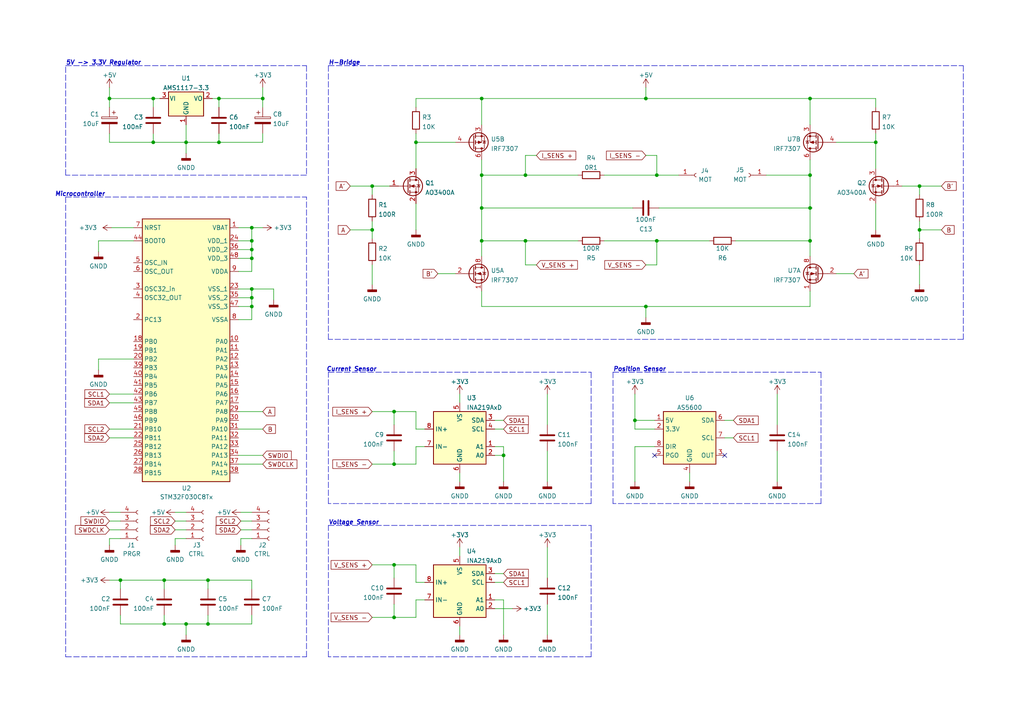
<source format=kicad_sch>
(kicad_sch (version 20211123) (generator eeschema)
  (paper "A4")
  (lib_symbols
    (symbol "Analog_ADC:INA219AxD"
      (property "Reference" "U" (at -6.35 8.89 0))
      (property "Value" "INA219AxD" (at 5.08 8.89 0))
      (symbol "INA219AxD_1_1"
        (pin input line (at 10.16 -2.54 180) (length 2.54) (name "A1") (number "1"))
        (pin input line (at 10.16 -5.08 180) (length 2.54) (name "A0") (number "2"))
        (pin bidirectional line (at 10.16 5.08 180) (length 2.54) (name "SDA") (number "3"))
        (pin input line (at 10.16 2.54 180) (length 2.54) (name "SCL") (number "4"))
        (pin power_in line (at 0 10.16 270) (length 2.54) (name "VS") (number "5"))
        (pin power_in line (at 0 -10.16 90) (length 2.54) (name "GND") (number "6"))
        (pin input line (at -10.16 -2.54 0) (length 2.54) (name "IN-") (number "7"))
        (pin input line (at -10.16 2.54 0) (length 2.54) (name "IN+") (number "8"))
      )
    )
    (symbol "Connector:Conn_01x01_Female" (pin_names (offset 1.016) hide)
      (property "Reference" "J" (at 0 2.54 0))
      (property "Value" "Conn_01x01_Female" (at 0 -2.54 0))
      (symbol "Conn_01x01_Female_1_1"
        (pin passive line (at -5.08 0 0) (length 3.81) (name "Pin_1") (number "1"))
      )
    )
    (symbol "Connector:Conn_01x04_Female" (pin_names (offset 1.016) hide)
      (property "Reference" "J" (at 0 5.08 0))
      (property "Value" "Conn_01x04_Female" (at 0 -7.62 0))
      (symbol "Conn_01x04_Female_1_1"
        (pin passive line (at -5.08 2.54 0) (length 3.81) (name "Pin_1") (number "1"))
        (pin passive line (at -5.08 0 0) (length 3.81) (name "Pin_2") (number "2"))
        (pin passive line (at -5.08 -2.54 0) (length 3.81) (name "Pin_3") (number "3"))
        (pin passive line (at -5.08 -5.08 0) (length 3.81) (name "Pin_4") (number "4"))
      )
    )
    (symbol "Custom:AS5600"
      (property "Reference" "U" (at 0 11.43 0))
      (property "Value" "AS5600" (at 0 8.89 0))
      (symbol "AS5600_1_1"
        (pin power_in line (at -10.16 5.08 0) (length 2.54) (name "5V") (number "1"))
        (pin power_in line (at -10.16 2.54 0) (length 2.54) (name "3.3V") (number "2"))
        (pin output line (at 10.16 -5.08 180) (length 2.54) (name "OUT") (number "3"))
        (pin power_in line (at 0 -10.16 90) (length 2.54) (name "GND") (number "4"))
        (pin input line (at -10.16 -5.08 0) (length 2.54) (name "PGO") (number "5"))
        (pin bidirectional line (at 10.16 5.08 180) (length 2.54) (name "SDA") (number "6"))
        (pin input line (at 10.16 0 180) (length 2.54) (name "SCL") (number "7"))
        (pin input line (at -10.16 -2.54 0) (length 2.54) (name "DIR") (number "8"))
      )
    )
    (symbol "Custom:IRF7307"
      (property "Reference" "U" (at 6.35 -1.27 0))
      (property "Value" "IRF7307" (at 6.35 1.27 0))
      (symbol "IRF7307_1_1"
        (pin passive line (at 0 -5.08 90) (length 2.54) (name "") (number "1"))
        (pin input line (at -7.62 0 0) (length 2.54) (name "") (number "2"))
        (pin passive line (at 0 5.08 270) (length 2.54) hide (name "") (number "7"))
        (pin passive line (at 0 5.08 270) (length 2.54) (name "") (number "8"))
      )
      (symbol "IRF7307_2_1"
        (pin passive line (at 0 -5.08 90) (length 2.54) (name "") (number "3"))
        (pin input line (at -7.62 0 0) (length 2.54) (name "") (number "4"))
        (pin passive line (at 0 5.08 270) (length 2.54) hide (name "") (number "5"))
        (pin passive line (at 0 5.08 270) (length 2.54) (name "") (number "6"))
      )
    )
    (symbol "Device:C" (pin_numbers hide) (pin_names (offset 0.254))
      (property "Reference" "C" (at 0.635 2.54 0))
      (property "Value" "C" (at 0.635 -2.54 0))
      (symbol "C_1_1"
        (pin passive line (at 0 3.81 270) (length 2.794) (name "~") (number "1"))
        (pin passive line (at 0 -3.81 90) (length 2.794) (name "~") (number "2"))
      )
    )
    (symbol "Device:C_Polarized" (pin_numbers hide) (pin_names (offset 0.254))
      (property "Reference" "C" (at 0.635 2.54 0))
      (property "Value" "C_Polarized" (at 0.635 -2.54 0))
      (symbol "C_Polarized_1_1"
        (pin passive line (at 0 3.81 270) (length 2.794) (name "~") (number "1"))
        (pin passive line (at 0 -3.81 90) (length 2.794) (name "~") (number "2"))
      )
    )
    (symbol "Device:R" (pin_numbers hide) (pin_names (offset 0))
      (property "Reference" "R" (at 2.032 0 90))
      (property "Value" "R" (at 0 0 90))
      (symbol "R_1_1"
        (pin passive line (at 0 3.81 270) (length 1.27) (name "~") (number "1"))
        (pin passive line (at 0 -3.81 90) (length 1.27) (name "~") (number "2"))
      )
    )
    (symbol "IRF7307_1"
      (property "Reference" "U" (at 6.35 -1.27 0))
      (property "Value" "IRF7307_1" (at 6.35 1.27 0))
      (symbol "IRF7307_1_1_1"
        (pin passive line (at 0 -5.08 90) (length 2.54) (name "") (number "1"))
        (pin input line (at -7.62 0 0) (length 2.54) (name "") (number "2"))
        (pin passive line (at 0 5.08 270) (length 2.54) hide (name "") (number "7"))
        (pin passive line (at 0 5.08 270) (length 2.54) (name "") (number "8"))
      )
      (symbol "IRF7307_1_2_1"
        (pin passive line (at 0 -5.08 90) (length 2.54) (name "") (number "3"))
        (pin input line (at -7.62 0 0) (length 2.54) (name "") (number "4"))
        (pin passive line (at 0 5.08 270) (length 2.54) hide (name "") (number "5"))
        (pin passive line (at 0 5.08 270) (length 2.54) (name "") (number "6"))
      )
    )
    (symbol "IRF7307_2"
      (property "Reference" "U" (at 6.35 -1.27 0))
      (property "Value" "IRF7307_2" (at 6.35 1.27 0))
      (symbol "IRF7307_2_1_1"
        (pin passive line (at 0 -5.08 90) (length 2.54) (name "") (number "1"))
        (pin input line (at -7.62 0 0) (length 2.54) (name "") (number "2"))
        (pin passive line (at 0 5.08 270) (length 2.54) hide (name "") (number "7"))
        (pin passive line (at 0 5.08 270) (length 2.54) (name "") (number "8"))
      )
      (symbol "IRF7307_2_2_1"
        (pin passive line (at 0 -5.08 90) (length 2.54) (name "") (number "3"))
        (pin input line (at -7.62 0 0) (length 2.54) (name "") (number "4"))
        (pin passive line (at 0 5.08 270) (length 2.54) hide (name "") (number "5"))
        (pin passive line (at 0 5.08 270) (length 2.54) (name "") (number "6"))
      )
    )
    (symbol "IRF7307_3"
      (property "Reference" "U" (at 6.35 -1.27 0))
      (property "Value" "IRF7307_3" (at 6.35 1.27 0))
      (symbol "IRF7307_3_1_1"
        (pin passive line (at 0 -5.08 90) (length 2.54) (name "") (number "1"))
        (pin input line (at -7.62 0 0) (length 2.54) (name "") (number "2"))
        (pin passive line (at 0 5.08 270) (length 2.54) hide (name "") (number "7"))
        (pin passive line (at 0 5.08 270) (length 2.54) (name "") (number "8"))
      )
      (symbol "IRF7307_3_2_1"
        (pin passive line (at 0 -5.08 90) (length 2.54) (name "") (number "3"))
        (pin input line (at -7.62 0 0) (length 2.54) (name "") (number "4"))
        (pin passive line (at 0 5.08 270) (length 2.54) hide (name "") (number "5"))
        (pin passive line (at 0 5.08 270) (length 2.54) (name "") (number "6"))
      )
    )
    (symbol "MCU_ST_STM32F0:STM32F030C8Tx"
      (property "Reference" "U?" (at 4.5594 -40.2495 0))
      (property "Value" "STM32F030C8Tx" (at 4.5594 -43.0246 0))
      (symbol "STM32F030C8Tx_1_1"
        (pin power_in line (at 15.24 35.56 180) (length 2.54) (name "VBAT") (number "1"))
        (pin bidirectional line (at 15.24 2.54 180) (length 2.54) (name "PA0") (number "10"))
        (pin bidirectional line (at 15.24 0 180) (length 2.54) (name "PA1") (number "11"))
        (pin bidirectional line (at 15.24 -2.54 180) (length 2.54) (name "PA2") (number "12"))
        (pin bidirectional line (at 15.24 -5.08 180) (length 2.54) (name "PA3") (number "13"))
        (pin bidirectional line (at 15.24 -7.62 180) (length 2.54) (name "PA4") (number "14"))
        (pin bidirectional line (at 15.24 -10.16 180) (length 2.54) (name "PA5") (number "15"))
        (pin bidirectional line (at 15.24 -12.7 180) (length 2.54) (name "PA6") (number "16"))
        (pin bidirectional line (at 15.24 -15.24 180) (length 2.54) (name "PA7") (number "17"))
        (pin bidirectional line (at -15.24 2.54 0) (length 2.54) (name "PB0") (number "18"))
        (pin bidirectional line (at -15.24 0 0) (length 2.54) (name "PB1") (number "19"))
        (pin bidirectional line (at -15.24 8.89 0) (length 2.54) (name "PC13") (number "2"))
        (pin bidirectional line (at -15.24 -2.54 0) (length 2.54) (name "PB2") (number "20"))
        (pin bidirectional line (at -15.24 -22.86 0) (length 2.54) (name "PB10") (number "21"))
        (pin bidirectional line (at -15.24 -25.4 0) (length 2.54) (name "PB11") (number "22"))
        (pin power_in line (at 15.24 17.78 180) (length 2.54) (name "VSS_1") (number "23"))
        (pin power_in line (at 15.24 31.75 180) (length 2.54) (name "VDD_1") (number "24"))
        (pin bidirectional line (at -15.24 -27.94 0) (length 2.54) (name "PB12") (number "25"))
        (pin bidirectional line (at -15.24 -30.48 0) (length 2.54) (name "PB13") (number "26"))
        (pin bidirectional line (at -15.24 -33.02 0) (length 2.54) (name "PB14") (number "27"))
        (pin bidirectional line (at -15.24 -35.56 0) (length 2.54) (name "PB15") (number "28"))
        (pin bidirectional line (at 15.24 -17.78 180) (length 2.54) (name "PA8") (number "29"))
        (pin bidirectional line (at -15.24 17.78 0) (length 2.54) (name "OSC32_in") (number "3"))
        (pin bidirectional line (at 15.24 -20.32 180) (length 2.54) (name "PA9") (number "30"))
        (pin bidirectional line (at 15.24 -22.86 180) (length 2.54) (name "PA10") (number "31"))
        (pin bidirectional line (at 15.24 -25.4 180) (length 2.54) (name "PA11") (number "32"))
        (pin bidirectional line (at 15.24 -27.94 180) (length 2.54) (name "PA12") (number "33"))
        (pin bidirectional line (at 15.24 -30.48 180) (length 2.54) (name "PA13") (number "34"))
        (pin power_in line (at 15.24 15.24 180) (length 2.54) (name "VSS_2") (number "35"))
        (pin power_in line (at 15.24 29.21 180) (length 2.54) (name "VDD_2") (number "36"))
        (pin bidirectional line (at 15.24 -33.02 180) (length 2.54) (name "PA14") (number "37"))
        (pin bidirectional line (at 15.24 -35.56 180) (length 2.54) (name "PA15") (number "38"))
        (pin bidirectional line (at -15.24 -5.08 0) (length 2.54) (name "PB3") (number "39"))
        (pin bidirectional line (at -15.24 15.24 0) (length 2.54) (name "OSC32_OUT") (number "4"))
        (pin bidirectional line (at -15.24 -7.62 0) (length 2.54) (name "PB4") (number "40"))
        (pin bidirectional line (at -15.24 -10.16 0) (length 2.54) (name "PB5") (number "41"))
        (pin bidirectional line (at -15.24 -12.7 0) (length 2.54) (name "PB6") (number "42"))
        (pin bidirectional line (at -15.24 -15.24 0) (length 2.54) (name "PB7") (number "43"))
        (pin input line (at -15.24 31.75 0) (length 2.54) (name "BOOT0") (number "44"))
        (pin bidirectional line (at -15.24 -17.78 0) (length 2.54) (name "PB8") (number "45"))
        (pin bidirectional line (at -15.24 -20.32 0) (length 2.54) (name "PB9") (number "46"))
        (pin power_in line (at 15.24 12.7 180) (length 2.54) (name "VSS_3") (number "47"))
        (pin power_in line (at 15.24 26.67 180) (length 2.54) (name "VDD_3") (number "48"))
        (pin input line (at -15.24 25.4 0) (length 2.54) (name "OSC_IN") (number "5"))
        (pin input line (at -15.24 22.86 0) (length 2.54) (name "OSC_OUT") (number "6"))
        (pin input line (at -15.24 35.56 0) (length 2.54) (name "NRST") (number "7"))
        (pin power_in line (at 15.24 8.89 180) (length 2.54) (name "VSSA") (number "8"))
        (pin power_in line (at 15.24 22.86 180) (length 2.54) (name "VDDA") (number "9"))
      )
    )
    (symbol "Regulator_Linear:AMS1117-3.3" (pin_names (offset 0.254))
      (property "Reference" "U" (at -3.81 3.175 0))
      (property "Value" "AMS1117-3.3" (at 0 3.175 0))
      (symbol "AMS1117-3.3_1_1"
        (pin power_in line (at 0 -7.62 90) (length 2.54) (name "GND") (number "1"))
        (pin power_out line (at 7.62 0 180) (length 2.54) (name "VO") (number "2"))
        (pin power_in line (at -7.62 0 0) (length 2.54) (name "VI") (number "3"))
      )
    )
    (symbol "Transistor_FET:AO3400A" (pin_names hide)
      (property "Reference" "Q" (at 5.08 1.905 0))
      (property "Value" "AO3400A" (at 5.08 0 0))
      (symbol "AO3400A_1_1"
        (pin input line (at -5.08 0 0) (length 2.54) (name "G") (number "1"))
        (pin passive line (at 2.54 -5.08 90) (length 2.54) (name "S") (number "2"))
        (pin passive line (at 2.54 5.08 270) (length 2.54) (name "D") (number "3"))
      )
    )
    (symbol "power:+3.3V" (power) (pin_names (offset 0))
      (property "Value" "+3.3V" (at 0 3.556 0))
      (symbol "+3.3V_1_1"
        (pin power_in line (at 0 0 90) (length 0) hide (name "+3V3") (number "1"))
      )
    )
    (symbol "power:+5V" (power) (pin_names (offset 0))
      (property "Value" "+5V" (at 0 3.556 0))
      (symbol "+5V_1_1"
        (pin power_in line (at 0 0 90) (length 0) hide (name "+5V") (number "1"))
      )
    )
    (symbol "power:GNDD" (power) (pin_names (offset 0))
      (property "Value" "GNDD" (at 0 -3.175 0))
      (symbol "GNDD_1_1"
        (pin power_in line (at 0 0 270) (length 0) hide (name "GNDD") (number "1"))
      )
    )
  )
  (junction (at 107.95 66.675))
  (junction (at 63.5 28.575))
  (junction (at 234.95 69.85))
  (junction (at 63.5 41.275))
  (junction (at 139.7 69.85))
  (junction (at 31.75 28.575))
  (junction (at 234.95 28.575))
  (junction (at 53.975 41.275))
  (junction (at 73.025 86.36))
  (junction (at 44.45 28.575))
  (junction (at 184.15 121.92))
  (junction (at 47.625 168.275))
  (junction (at 47.625 180.975))
  (junction (at 114.3 119.38))
  (junction (at 234.95 50.8))
  (junction (at 152.4 50.8))
  (junction (at 114.3 179.07))
  (junction (at 107.95 53.975))
  (junction (at 187.325 88.9))
  (junction (at 190.5 69.85))
  (junction (at 73.025 88.9))
  (junction (at 53.975 180.975))
  (junction (at 266.7 66.675))
  (junction (at 139.7 28.575))
  (junction (at 60.325 168.275))
  (junction (at 60.325 180.975))
  (junction (at 266.7 53.975))
  (junction (at 146.05 132.08))
  (junction (at 73.025 72.39))
  (junction (at 139.7 60.325))
  (junction (at 44.45 41.275))
  (junction (at 234.95 60.325))
  (junction (at 76.2 28.575))
  (junction (at 114.3 134.62))
  (junction (at 187.325 28.575))
  (junction (at 190.5 50.8))
  (junction (at 152.4 69.85))
  (junction (at 120.65 41.275))
  (junction (at 73.025 69.85))
  (junction (at 114.3 163.83))
  (junction (at 34.925 168.275))
  (junction (at 254 41.275))
  (junction (at 73.025 74.93))
  (junction (at 73.025 66.04))
  (junction (at 73.025 83.82))
  (junction (at 139.7 50.8))
  (no_connect (at 189.865 132.08))
  (no_connect (at 210.185 132.08))
  (wire (pts (xy 31.75 148.59) (xy 34.925 148.59)))
  (wire (pts (xy 50.8 148.59) (xy 53.975 148.59)))
  (wire (pts (xy 69.215 119.38) (xy 76.2 119.38)))
  (wire (pts (xy 101.6 53.975) (xy 107.95 53.975)))
  (polyline (pts (xy 95.25 152.4) (xy 171.45 152.4)))
  (wire (pts (xy 191.135 60.325) (xy 234.95 60.325)))
  (wire (pts (xy 107.95 179.07) (xy 114.3 179.07)))
  (wire (pts (xy 31.75 153.67) (xy 34.925 153.67)))
  (wire (pts (xy 158.75 175.26) (xy 158.75 184.15)))
  (wire (pts (xy 133.35 114.3) (xy 133.35 116.84)))
  (wire (pts (xy 139.7 60.325) (xy 139.7 69.85)))
  (wire (pts (xy 69.215 83.82) (xy 73.025 83.82)))
  (wire (pts (xy 69.85 156.21) (xy 69.85 158.115)))
  (polyline (pts (xy 95.25 19.05) (xy 95.25 98.425)))
  (wire (pts (xy 53.975 41.275) (xy 53.975 36.195)))
  (wire (pts (xy 34.925 170.815) (xy 34.925 168.275)))
  (wire (pts (xy 210.185 121.92) (xy 212.725 121.92)))
  (wire (pts (xy 143.51 132.08) (xy 146.05 132.08)))
  (wire (pts (xy 225.425 130.81) (xy 225.425 139.7)))
  (wire (pts (xy 152.4 69.85) (xy 152.4 76.835)))
  (wire (pts (xy 143.51 173.99) (xy 146.05 173.99)))
  (wire (pts (xy 114.3 119.38) (xy 120.65 119.38)))
  (wire (pts (xy 69.215 92.71) (xy 73.025 92.71)))
  (wire (pts (xy 190.5 76.835) (xy 190.5 69.85)))
  (wire (pts (xy 133.35 158.75) (xy 133.35 161.29)))
  (wire (pts (xy 76.2 31.115) (xy 76.2 28.575)))
  (wire (pts (xy 63.5 41.275) (xy 76.2 41.275)))
  (wire (pts (xy 73.025 88.9) (xy 73.025 92.71)))
  (wire (pts (xy 114.3 163.83) (xy 114.3 167.64)))
  (wire (pts (xy 120.65 41.275) (xy 132.08 41.275)))
  (polyline (pts (xy 238.125 107.95) (xy 238.125 146.05)))
  (wire (pts (xy 120.65 28.575) (xy 139.7 28.575)))
  (wire (pts (xy 152.4 69.85) (xy 167.64 69.85)))
  (wire (pts (xy 107.95 119.38) (xy 114.3 119.38)))
  (wire (pts (xy 184.15 114.3) (xy 184.15 121.92)))
  (wire (pts (xy 190.5 50.8) (xy 196.85 50.8)))
  (wire (pts (xy 184.15 124.46) (xy 189.865 124.46)))
  (wire (pts (xy 107.95 163.83) (xy 114.3 163.83)))
  (wire (pts (xy 69.215 66.04) (xy 73.025 66.04)))
  (wire (pts (xy 31.75 28.575) (xy 44.45 28.575)))
  (wire (pts (xy 50.8 156.21) (xy 50.8 158.115)))
  (wire (pts (xy 114.3 175.26) (xy 114.3 179.07)))
  (wire (pts (xy 225.425 114.3) (xy 225.425 123.19)))
  (wire (pts (xy 133.35 137.16) (xy 133.35 139.7)))
  (wire (pts (xy 155.575 76.835) (xy 152.4 76.835)))
  (wire (pts (xy 187.325 45.085) (xy 190.5 45.085)))
  (wire (pts (xy 158.75 114.3) (xy 158.75 123.19)))
  (wire (pts (xy 222.25 50.8) (xy 234.95 50.8)))
  (wire (pts (xy 266.7 64.135) (xy 266.7 66.675)))
  (wire (pts (xy 60.325 168.275) (xy 73.025 168.275)))
  (wire (pts (xy 44.45 28.575) (xy 46.355 28.575)))
  (wire (pts (xy 107.95 53.975) (xy 113.03 53.975)))
  (wire (pts (xy 44.45 38.735) (xy 44.45 41.275)))
  (wire (pts (xy 34.925 168.275) (xy 47.625 168.275)))
  (wire (pts (xy 31.75 114.3) (xy 38.735 114.3)))
  (polyline (pts (xy 95.25 107.95) (xy 171.45 107.95)))
  (wire (pts (xy 139.7 69.85) (xy 152.4 69.85)))
  (wire (pts (xy 31.75 124.46) (xy 38.735 124.46)))
  (wire (pts (xy 73.025 86.36) (xy 73.025 88.9)))
  (wire (pts (xy 31.75 127) (xy 38.735 127)))
  (wire (pts (xy 69.85 148.59) (xy 73.025 148.59)))
  (wire (pts (xy 184.15 124.46) (xy 184.15 121.92)))
  (wire (pts (xy 139.7 88.9) (xy 187.325 88.9)))
  (wire (pts (xy 234.95 46.355) (xy 234.95 50.8)))
  (wire (pts (xy 73.025 74.93) (xy 73.025 78.74)))
  (wire (pts (xy 69.215 86.36) (xy 73.025 86.36)))
  (wire (pts (xy 69.215 88.9) (xy 73.025 88.9)))
  (wire (pts (xy 73.025 170.815) (xy 73.025 168.275)))
  (wire (pts (xy 200.025 137.16) (xy 200.025 139.7)))
  (wire (pts (xy 213.36 69.85) (xy 234.95 69.85)))
  (wire (pts (xy 34.925 156.21) (xy 31.75 156.21)))
  (wire (pts (xy 254 59.055) (xy 254 66.675)))
  (wire (pts (xy 44.45 41.275) (xy 53.975 41.275)))
  (wire (pts (xy 120.65 119.38) (xy 120.65 124.46)))
  (wire (pts (xy 266.7 76.835) (xy 266.7 82.55)))
  (wire (pts (xy 266.7 66.675) (xy 266.7 69.215)))
  (wire (pts (xy 234.95 28.575) (xy 254 28.575)))
  (wire (pts (xy 76.2 38.735) (xy 76.2 41.275)))
  (wire (pts (xy 143.51 129.54) (xy 146.05 129.54)))
  (wire (pts (xy 31.75 41.275) (xy 44.45 41.275)))
  (wire (pts (xy 184.15 121.92) (xy 189.865 121.92)))
  (wire (pts (xy 120.65 59.055) (xy 120.65 66.675)))
  (wire (pts (xy 73.025 156.21) (xy 69.85 156.21)))
  (wire (pts (xy 73.025 66.04) (xy 73.025 69.85)))
  (wire (pts (xy 261.62 53.975) (xy 266.7 53.975)))
  (wire (pts (xy 187.325 76.835) (xy 190.5 76.835)))
  (wire (pts (xy 139.7 60.325) (xy 183.515 60.325)))
  (wire (pts (xy 63.5 38.735) (xy 63.5 41.275)))
  (wire (pts (xy 152.4 50.8) (xy 152.4 45.085)))
  (polyline (pts (xy 171.45 107.95) (xy 171.45 146.05)))
  (wire (pts (xy 242.57 79.375) (xy 247.65 79.375)))
  (wire (pts (xy 69.215 132.08) (xy 76.2 132.08)))
  (wire (pts (xy 143.51 168.91) (xy 146.05 168.91)))
  (wire (pts (xy 73.025 83.82) (xy 79.375 83.82)))
  (wire (pts (xy 120.65 129.54) (xy 123.19 129.54)))
  (wire (pts (xy 187.325 88.9) (xy 234.95 88.9)))
  (wire (pts (xy 114.3 119.38) (xy 114.3 123.19)))
  (wire (pts (xy 187.325 88.9) (xy 187.325 92.075)))
  (wire (pts (xy 190.5 69.85) (xy 205.74 69.85)))
  (wire (pts (xy 28.575 104.14) (xy 38.735 104.14)))
  (wire (pts (xy 139.7 28.575) (xy 187.325 28.575)))
  (wire (pts (xy 69.215 72.39) (xy 73.025 72.39)))
  (wire (pts (xy 187.325 25.4) (xy 187.325 28.575)))
  (wire (pts (xy 234.95 84.455) (xy 234.95 88.9)))
  (wire (pts (xy 210.185 127) (xy 212.725 127)))
  (wire (pts (xy 234.95 60.325) (xy 234.95 69.85)))
  (wire (pts (xy 254 28.575) (xy 254 31.115)))
  (wire (pts (xy 114.3 134.62) (xy 120.65 134.62)))
  (wire (pts (xy 69.215 124.46) (xy 76.2 124.46)))
  (wire (pts (xy 139.7 50.8) (xy 152.4 50.8)))
  (wire (pts (xy 73.025 178.435) (xy 73.025 180.975)))
  (wire (pts (xy 120.65 163.83) (xy 120.65 168.91)))
  (wire (pts (xy 31.75 25.4) (xy 31.75 28.575)))
  (wire (pts (xy 47.625 170.815) (xy 47.625 168.275)))
  (polyline (pts (xy 19.05 57.15) (xy 19.05 190.5)))
  (wire (pts (xy 120.65 168.91) (xy 123.19 168.91)))
  (wire (pts (xy 28.575 69.85) (xy 38.735 69.85)))
  (wire (pts (xy 120.65 124.46) (xy 123.19 124.46)))
  (wire (pts (xy 158.75 130.81) (xy 158.75 139.7)))
  (wire (pts (xy 107.95 134.62) (xy 114.3 134.62)))
  (polyline (pts (xy 88.9 50.8) (xy 19.05 50.8)))
  (wire (pts (xy 73.025 83.82) (xy 73.025 86.36)))
  (wire (pts (xy 143.51 166.37) (xy 146.05 166.37)))
  (wire (pts (xy 60.325 170.815) (xy 60.325 168.275)))
  (wire (pts (xy 143.51 121.92) (xy 146.05 121.92)))
  (polyline (pts (xy 177.8 107.95) (xy 177.8 146.05)))
  (wire (pts (xy 47.625 180.975) (xy 53.975 180.975)))
  (polyline (pts (xy 171.45 146.05) (xy 95.25 146.05)))
  (polyline (pts (xy 19.05 190.5) (xy 88.9 190.5)))
  (wire (pts (xy 107.95 56.515) (xy 107.95 53.975)))
  (polyline (pts (xy 88.9 19.05) (xy 88.9 50.8)))
  (wire (pts (xy 143.51 176.53) (xy 148.59 176.53)))
  (wire (pts (xy 120.65 41.275) (xy 120.65 48.895)))
  (wire (pts (xy 273.05 66.675) (xy 266.7 66.675)))
  (wire (pts (xy 47.625 178.435) (xy 47.625 180.975)))
  (wire (pts (xy 139.7 84.455) (xy 139.7 88.9)))
  (wire (pts (xy 120.65 31.115) (xy 120.65 28.575)))
  (polyline (pts (xy 95.25 19.05) (xy 279.4 19.05)))
  (wire (pts (xy 114.3 163.83) (xy 120.65 163.83)))
  (wire (pts (xy 63.5 28.575) (xy 76.2 28.575)))
  (wire (pts (xy 175.26 69.85) (xy 190.5 69.85)))
  (wire (pts (xy 31.75 31.115) (xy 31.75 28.575)))
  (wire (pts (xy 31.75 38.735) (xy 31.75 41.275)))
  (wire (pts (xy 107.95 66.675) (xy 107.95 69.215)))
  (wire (pts (xy 31.75 116.84) (xy 38.735 116.84)))
  (wire (pts (xy 79.375 83.82) (xy 79.375 86.995)))
  (wire (pts (xy 50.8 151.13) (xy 53.975 151.13)))
  (wire (pts (xy 73.025 180.975) (xy 60.325 180.975)))
  (wire (pts (xy 235.585 60.325) (xy 234.95 60.325)))
  (wire (pts (xy 120.65 38.735) (xy 120.65 41.275)))
  (wire (pts (xy 63.5 31.115) (xy 63.5 28.575)))
  (wire (pts (xy 234.95 50.8) (xy 234.95 60.325)))
  (polyline (pts (xy 171.45 152.4) (xy 171.45 190.5)))
  (wire (pts (xy 187.325 28.575) (xy 234.95 28.575)))
  (wire (pts (xy 73.025 69.85) (xy 73.025 72.39)))
  (polyline (pts (xy 177.8 107.95) (xy 238.125 107.95)))
  (wire (pts (xy 146.05 173.99) (xy 146.05 184.15)))
  (wire (pts (xy 69.85 151.13) (xy 73.025 151.13)))
  (wire (pts (xy 114.3 130.81) (xy 114.3 134.62)))
  (wire (pts (xy 32.385 66.04) (xy 38.735 66.04)))
  (wire (pts (xy 266.7 53.975) (xy 273.05 53.975)))
  (wire (pts (xy 254 41.275) (xy 254 48.895)))
  (wire (pts (xy 107.95 64.135) (xy 107.95 66.675)))
  (wire (pts (xy 69.215 78.74) (xy 73.025 78.74)))
  (wire (pts (xy 53.975 180.975) (xy 60.325 180.975)))
  (wire (pts (xy 73.025 72.39) (xy 73.025 74.93)))
  (wire (pts (xy 152.4 50.8) (xy 167.64 50.8)))
  (wire (pts (xy 146.05 129.54) (xy 146.05 132.08)))
  (wire (pts (xy 190.5 50.8) (xy 190.5 45.085)))
  (wire (pts (xy 44.45 31.115) (xy 44.45 28.575)))
  (wire (pts (xy 120.65 179.07) (xy 120.65 173.99)))
  (wire (pts (xy 114.3 179.07) (xy 120.65 179.07)))
  (wire (pts (xy 76.2 25.4) (xy 76.2 28.575)))
  (wire (pts (xy 34.925 180.975) (xy 47.625 180.975)))
  (wire (pts (xy 127 79.375) (xy 132.08 79.375)))
  (wire (pts (xy 73.025 66.04) (xy 76.2 66.04)))
  (wire (pts (xy 53.975 180.975) (xy 53.975 184.15)))
  (wire (pts (xy 69.215 74.93) (xy 73.025 74.93)))
  (wire (pts (xy 28.575 69.85) (xy 28.575 73.025)))
  (wire (pts (xy 69.215 134.62) (xy 76.2 134.62)))
  (wire (pts (xy 234.95 69.85) (xy 234.95 74.295)))
  (wire (pts (xy 31.75 151.13) (xy 34.925 151.13)))
  (wire (pts (xy 53.975 41.275) (xy 63.5 41.275)))
  (wire (pts (xy 175.26 50.8) (xy 190.5 50.8)))
  (polyline (pts (xy 279.4 98.425) (xy 95.25 98.425)))
  (polyline (pts (xy 238.125 146.05) (xy 177.8 146.05)))
  (polyline (pts (xy 279.4 19.05) (xy 279.4 98.425)))
  (polyline (pts (xy 171.45 190.5) (xy 95.25 190.5)))
  (wire (pts (xy 50.8 153.67) (xy 53.975 153.67)))
  (wire (pts (xy 254 41.275) (xy 254 38.735)))
  (polyline (pts (xy 88.9 190.5) (xy 88.9 57.15)))
  (polyline (pts (xy 95.25 190.5) (xy 95.25 152.4)))
  (wire (pts (xy 133.35 181.61) (xy 133.35 184.15)))
  (wire (pts (xy 31.75 168.275) (xy 34.925 168.275)))
  (wire (pts (xy 184.15 129.54) (xy 189.865 129.54)))
  (wire (pts (xy 266.7 56.515) (xy 266.7 53.975)))
  (wire (pts (xy 53.975 156.21) (xy 50.8 156.21)))
  (wire (pts (xy 53.975 41.275) (xy 53.975 44.45)))
  (wire (pts (xy 155.575 45.085) (xy 152.4 45.085)))
  (wire (pts (xy 139.7 46.355) (xy 139.7 50.8)))
  (wire (pts (xy 60.325 178.435) (xy 60.325 180.975)))
  (wire (pts (xy 101.6 66.675) (xy 107.95 66.675)))
  (polyline (pts (xy 95.25 146.05) (xy 95.25 107.95)))
  (wire (pts (xy 234.95 28.575) (xy 234.95 36.195)))
  (wire (pts (xy 120.65 173.99) (xy 123.19 173.99)))
  (polyline (pts (xy 19.05 57.15) (xy 88.9 57.15)))
  (wire (pts (xy 34.925 178.435) (xy 34.925 180.975)))
  (wire (pts (xy 69.85 153.67) (xy 73.025 153.67)))
  (wire (pts (xy 139.7 69.85) (xy 139.7 74.295)))
  (wire (pts (xy 47.625 168.275) (xy 60.325 168.275)))
  (wire (pts (xy 139.7 50.8) (xy 139.7 60.325)))
  (wire (pts (xy 146.05 132.08) (xy 146.05 139.7)))
  (wire (pts (xy 69.215 69.85) (xy 73.025 69.85)))
  (wire (pts (xy 143.51 124.46) (xy 146.05 124.46)))
  (wire (pts (xy 139.7 28.575) (xy 139.7 36.195)))
  (wire (pts (xy 107.95 76.835) (xy 107.95 82.55)))
  (wire (pts (xy 31.75 156.21) (xy 31.75 158.115)))
  (polyline (pts (xy 19.05 19.05) (xy 88.9 19.05)))
  (wire (pts (xy 61.595 28.575) (xy 63.5 28.575)))
  (polyline (pts (xy 19.05 50.8) (xy 19.05 19.05)))
  (wire (pts (xy 184.15 129.54) (xy 184.15 139.7)))
  (wire (pts (xy 242.57 41.275) (xy 254 41.275)))
  (wire (pts (xy 28.575 104.14) (xy 28.575 107.315)))
  (wire (pts (xy 158.75 158.75) (xy 158.75 167.64)))
  (wire (pts (xy 120.65 134.62) (xy 120.65 129.54)))
  (text "Position Sensor\n" (at 177.8 107.95 0) (effects (font (size 1.27 1.27) bold italic) (justify left bottom)))
  (text "H-Bridge\n" (at 95.25 19.05 0) (effects (font (size 1.27 1.27) bold italic) (justify left bottom)))
  (text "5V -> 3.3V Regulator" (at 19.05 19.05 0) (effects (font (size 1.27 1.27) (thickness 0.254) bold italic) (justify left bottom)))
  (text "Voltage Sensor" (at 95.25 152.4 0) (effects (font (size 1.27 1.27) bold italic) (justify left bottom)))
  (text "Current Sensor" (at 94.615 107.95 0) (effects (font (size 1.27 1.27) bold italic) (justify left bottom)))
  (text "Microcontroller" (at 15.875 57.15 0) (effects (font (size 1.27 1.27) bold italic) (justify left bottom)))
  (global_label "B'" (shape input) (at 273.05 53.975 0) (property "Intersheet References" "${INTERSHEET_REFS}" (effects hide)))
  (global_label "SDA1" (shape input) (at 212.725 121.92 0) (property "Intersheet References" "${INTERSHEET_REFS}" (effects hide)))
  (global_label "V_SENS +" (shape input) (at 155.575 76.835 0) (property "Intersheet References" "${INTERSHEET_REFS}" (effects hide)))
  (global_label "SCL1" (shape input) (at 146.05 124.46 0) (property "Intersheet References" "${INTERSHEET_REFS}" (effects hide)))
  (global_label "V_SENS -" (shape input) (at 187.325 76.835 180) (property "Intersheet References" "${INTERSHEET_REFS}" (effects hide)))
  (global_label "SCL1" (shape input) (at 212.725 127 0) (property "Intersheet References" "${INTERSHEET_REFS}" (effects hide)))
  (global_label "SCL1" (shape input) (at 31.75 114.3 180) (property "Intersheet References" "${INTERSHEET_REFS}" (effects hide)))
  (global_label "SCL2" (shape input) (at 69.85 151.13 180) (property "Intersheet References" "${INTERSHEET_REFS}" (effects hide)))
  (global_label "A'" (shape input) (at 247.65 79.375 0) (property "Intersheet References" "${INTERSHEET_REFS}" (effects hide)))
  (global_label "I_SENS +" (shape input) (at 155.575 45.085 0) (property "Intersheet References" "${INTERSHEET_REFS}" (effects hide)))
  (global_label "SCL1" (shape input) (at 146.05 168.91 0) (property "Intersheet References" "${INTERSHEET_REFS}" (effects hide)))
  (global_label "B" (shape input) (at 273.05 66.675 0) (property "Intersheet References" "${INTERSHEET_REFS}" (effects hide)))
  (global_label "I_SENS -" (shape input) (at 187.325 45.085 180) (property "Intersheet References" "${INTERSHEET_REFS}" (effects hide)))
  (global_label "A'" (shape input) (at 101.6 53.975 180) (property "Intersheet References" "${INTERSHEET_REFS}" (effects hide)))
  (global_label "V_SENS +" (shape input) (at 107.95 163.83 180) (property "Intersheet References" "${INTERSHEET_REFS}" (effects hide)))
  (global_label "SDA2" (shape input) (at 69.85 153.67 180) (property "Intersheet References" "${INTERSHEET_REFS}" (effects hide)))
  (global_label "A" (shape input) (at 101.6 66.675 180) (property "Intersheet References" "${INTERSHEET_REFS}" (effects hide)))
  (global_label "SWDCLK" (shape input) (at 31.75 153.67 180) (property "Intersheet References" "${INTERSHEET_REFS}" (effects hide)))
  (global_label "SWDIO" (shape input) (at 31.75 151.13 180) (property "Intersheet References" "${INTERSHEET_REFS}" (effects hide)))
  (global_label "SCL2" (shape input) (at 50.8 151.13 180) (property "Intersheet References" "${INTERSHEET_REFS}" (effects hide)))
  (global_label "SCL2" (shape input) (at 31.75 124.46 180) (property "Intersheet References" "${INTERSHEET_REFS}" (effects hide)))
  (global_label "I_SENS +" (shape input) (at 107.95 119.38 180) (property "Intersheet References" "${INTERSHEET_REFS}" (effects hide)))
  (global_label "V_SENS -" (shape input) (at 107.95 179.07 180) (property "Intersheet References" "${INTERSHEET_REFS}" (effects hide)))
  (global_label "B'" (shape input) (at 127 79.375 180) (property "Intersheet References" "${INTERSHEET_REFS}" (effects hide)))
  (global_label "SDA2" (shape input) (at 31.75 127 180) (property "Intersheet References" "${INTERSHEET_REFS}" (effects hide)))
  (global_label "SDA1" (shape input) (at 31.75 116.84 180) (property "Intersheet References" "${INTERSHEET_REFS}" (effects hide)))
  (global_label "SDA1" (shape input) (at 146.05 166.37 0) (property "Intersheet References" "${INTERSHEET_REFS}" (effects hide)))
  (global_label "SWDCLK" (shape input) (at 76.2 134.62 0) (property "Intersheet References" "${INTERSHEET_REFS}" (effects hide)))
  (global_label "SDA2" (shape input) (at 50.8 153.67 180) (property "Intersheet References" "${INTERSHEET_REFS}" (effects hide)))
  (global_label "I_SENS -" (shape input) (at 107.95 134.62 180) (property "Intersheet References" "${INTERSHEET_REFS}" (effects hide)))
  (global_label "SWDIO" (shape input) (at 76.2 132.08 0) (property "Intersheet References" "${INTERSHEET_REFS}" (effects hide)))
  (global_label "B" (shape input) (at 76.2 124.46 0) (property "Intersheet References" "${INTERSHEET_REFS}" (effects hide)))
  (global_label "A" (shape input) (at 76.2 119.38 0) (property "Intersheet References" "${INTERSHEET_REFS}" (effects hide)))
  (global_label "SDA1" (shape input) (at 146.05 121.92 0) (property "Intersheet References" "${INTERSHEET_REFS}" (effects hide)))
  (symbol (lib_id "power:+5V") (at 50.8 148.59 90) (unit 1)
    (property "Reference" "#PWR03" (effects hide))
    (property "Value" "+5V" (at 43.815 148.59 90) (effects (justify right)))
  )
  (symbol (lib_id "MCU_ST_STM32F0:STM32F030C8Tx") (at 53.975 101.6 0) (unit 1)
    (property "Reference" "U2" (at 52.705 141.605 0) (effects (justify left)))
    (property "Value" "STM32F030C8Tx" (at 46.355 144.145 0) (effects (justify left)))
    (property "Footprint" "Package_QFP:LQFP-48_7x7mm_P0.5mm" (effects hide))
    (property "Datasheet" "http://www.st.com/st-web-ui/static/active/en/resource/technical/document/datasheet/DM00088500.pdf" (effects hide))
  )
  (symbol (lib_id "power:GNDD") (at 133.35 184.15 0) (unit 1)
    (property "Reference" "#PWR0117" (effects hide))
    (property "Value" "GNDD" (at 133.35 188.3315 0))
  )
  (symbol (lib_id "power:GNDD") (at 254 66.675 0) (unit 1)
    (property "Reference" "#PWR0108" (effects hide))
    (property "Value" "GNDD" (at 254 70.8565 0))
  )
  (symbol (lib_id "Device:R") (at 171.45 69.85 270) (unit 1)
    (property "Reference" "R5" (at 171.45 74.8325 90))
    (property "Value" "100R" (at 171.45 72.0574 90))
    (property "Footprint" "Resistor_SMD:R_0603_1608Metric_Pad0.98x0.95mm_HandSolder" (effects hide))
  )
  (symbol (lib_id "power:+3.3V") (at 76.2 25.4 0) (unit 1)
    (property "Reference" "#PWR0126" (effects hide))
    (property "Value" "+3.3V" (at 76.2 21.7955 0))
  )
  (symbol (lib_id "power:GNDD") (at 53.975 44.45 0) (unit 1)
    (property "Reference" "#PWR0125" (effects hide))
    (property "Value" "GNDD" (at 53.975 48.6315 0))
  )
  (symbol (lib_id "power:GNDD") (at 53.975 184.15 0) (unit 1)
    (property "Reference" "#PWR0136" (effects hide))
    (property "Value" "GNDD" (at 53.975 188.3315 0))
  )
  (symbol (lib_id "power:GNDD") (at 187.325 92.075 0) (unit 1)
    (property "Reference" "#PWR0109" (effects hide))
    (property "Value" "GNDD" (at 187.325 96.2565 0))
  )
  (symbol (lib_id "Device:R") (at 254 34.925 0) (unit 1)
    (property "Reference" "R7" (at 255.778 34.0165 0) (effects (justify left)))
    (property "Value" "10K" (at 255.778 36.7916 0) (effects (justify left)))
    (property "Footprint" "Resistor_SMD:R_0603_1608Metric_Pad0.98x0.95mm_HandSolder" (effects hide))
  )
  (symbol (lib_id "Device:R") (at 209.55 69.85 90) (mirror x) (unit 1)
    (property "Reference" "R6" (at 209.55 74.8325 90))
    (property "Value" "10K" (at 209.55 72.0574 90))
    (property "Footprint" "Resistor_SMD:R_0603_1608Metric_Pad0.98x0.95mm_HandSolder" (effects hide))
  )
  (symbol (lib_id "power:+3.3V") (at 158.75 114.3 0) (mirror y) (unit 1)
    (property "Reference" "#PWR0105" (effects hide))
    (property "Value" "+3.3V" (at 158.75 110.6955 0))
  )
  (symbol (lib_id "Transistor_FET:AO3400A") (at 118.11 53.975 0) (unit 1)
    (property "Reference" "Q1" (at 123.317 53.0665 0) (effects (justify left)))
    (property "Value" "AO3400A" (at 123.317 55.8416 0) (effects (justify left)))
    (property "Footprint" "Package_TO_SOT_SMD:SOT-23" (effects hide))
    (property "Datasheet" "http://www.aosmd.com/pdfs/datasheet/AO3400A.pdf" (effects hide))
  )
  (symbol (lib_id "power:GNDD") (at 31.75 158.115 0) (mirror y) (unit 1)
    (property "Reference" "#PWR02" (effects hide))
    (property "Value" "GNDD" (at 31.75 162.2965 0))
  )
  (symbol (lib_id "power:+3.3V") (at 133.35 114.3 0) (unit 1)
    (property "Reference" "#PWR0101" (effects hide))
    (property "Value" "+3.3V" (at 133.35 110.6955 0))
  )
  (symbol (lib_id "Device:C") (at 44.45 34.925 0) (mirror y) (unit 1)
    (property "Reference" "C3" (at 41.529 34.0165 0) (effects (justify left)))
    (property "Value" "100nF" (at 41.529 36.7916 0) (effects (justify left)))
    (property "Footprint" "Capacitor_SMD:C_0603_1608Metric_Pad1.08x0.95mm_HandSolder" (effects hide))
  )
  (symbol (lib_id "power:+5V") (at 31.75 25.4 0) (unit 1)
    (property "Reference" "#PWR0127" (effects hide))
    (property "Value" "+5V" (at 31.75 21.7955 0))
  )
  (symbol (lib_id "power:GNDD") (at 184.15 139.7 0) (unit 1)
    (property "Reference" "#PWR0110" (effects hide))
    (property "Value" "GNDD" (at 184.15 143.8815 0))
  )
  (symbol (lib_id "Connector:Conn_01x01_Female") (at 201.93 50.8 0) (unit 1)
    (property "Reference" "J4" (at 203.2 49.53 0) (effects (justify left)))
    (property "Value" "MOT" (at 202.565 52.07 0) (effects (justify left)))
    (property "Footprint" "Connector_PinSocket_2.54mm:PinSocket_1x01_P2.54mm_Vertical" (effects hide))
  )
  (symbol (lib_id "power:GNDD") (at 50.8 158.115 0) (mirror y) (unit 1)
    (property "Reference" "#PWR04" (effects hide))
    (property "Value" "GNDD" (at 50.8 162.2965 0))
  )
  (symbol (lib_id "Custom:IRF7307") (at 234.95 41.275 180) (unit 2)
    (property "Reference" "U7" (at 232.283 40.3665 0) (effects (justify left)))
    (property "Value" "IRF7307" (at 232.283 43.1416 0) (effects (justify left)))
    (property "Footprint" "Package_SO:SOIC-8_3.9x4.9mm_P1.27mm" (effects hide))
  )
  (symbol (lib_id "Device:C") (at 225.425 127 0) (mirror y) (unit 1)
    (property "Reference" "C14" (at 228.346 126.0915 0) (effects (justify right)))
    (property "Value" "100nF" (at 228.346 128.8666 0) (effects (justify right)))
    (property "Footprint" "Capacitor_SMD:C_0603_1608Metric_Pad1.08x0.95mm_HandSolder" (effects hide))
  )
  (symbol (lib_id "Regulator_Linear:AMS1117-3.3") (at 53.975 28.575 0) (unit 1)
    (property "Reference" "U1" (at 53.975 22.7035 0))
    (property "Value" "AMS1117-3.3" (at 53.975 25.4786 0))
    (property "Footprint" "Package_TO_SOT_SMD:SOT-223-3_TabPin2" (effects hide))
    (property "Datasheet" "http://www.advanced-monolithic.com/pdf/ds1117.pdf" (effects hide))
  )
  (symbol (lib_id "Device:C") (at 114.3 127 0) (unit 1)
    (property "Reference" "C9" (at 111.379 126.0915 0) (effects (justify right)))
    (property "Value" "100nF" (at 111.379 128.8666 0) (effects (justify right)))
    (property "Footprint" "Capacitor_SMD:C_0603_1608Metric_Pad1.08x0.95mm_HandSolder" (effects hide))
  )
  (symbol (lib_id "Device:R") (at 266.7 60.325 0) (mirror y) (unit 1)
    (property "Reference" "R8" (at 268.478 59.4165 0) (effects (justify right)))
    (property "Value" "100R" (at 268.478 62.1916 0) (effects (justify right)))
    (property "Footprint" "Resistor_SMD:R_0603_1608Metric_Pad0.98x0.95mm_HandSolder" (effects hide))
  )
  (symbol (lib_id "power:GNDD") (at 200.025 139.7 0) (unit 1)
    (property "Reference" "#PWR0112" (effects hide))
    (property "Value" "GNDD" (at 200.025 143.8815 0))
  )
  (symbol (lib_id "Device:R") (at 266.7 73.025 0) (mirror y) (unit 1)
    (property "Reference" "R9" (at 264.922 72.1165 0) (effects (justify left)))
    (property "Value" "10K" (at 264.922 74.8916 0) (effects (justify left)))
    (property "Footprint" "Resistor_SMD:R_0603_1608Metric_Pad0.98x0.95mm_HandSolder" (effects hide))
  )
  (symbol (lib_id "power:GNDD") (at 28.575 107.315 0) (unit 1)
    (property "Reference" "#PWR0130" (effects hide))
    (property "Value" "GNDD" (at 28.575 111.4965 0))
  )
  (symbol (lib_id "Device:C") (at 34.925 174.625 0) (mirror y) (unit 1)
    (property "Reference" "C2" (at 32.004 173.7165 0) (effects (justify left)))
    (property "Value" "100nF" (at 32.004 176.4916 0) (effects (justify left)))
    (property "Footprint" "Capacitor_SMD:C_0603_1608Metric_Pad1.08x0.95mm_HandSolder" (effects hide))
  )
  (symbol (lib_id "Connector:Conn_01x01_Female") (at 217.17 50.8 180) (unit 1)
    (property "Reference" "J5" (at 214.63 49.2949 0))
    (property "Value" "MOT" (at 214.63 52.07 0))
    (property "Footprint" "Connector_PinSocket_2.54mm:PinSocket_1x01_P2.54mm_Vertical" (effects hide))
  )
  (symbol (lib_id "power:GNDD") (at 146.05 184.15 0) (unit 1)
    (property "Reference" "#PWR0122" (effects hide))
    (property "Value" "GNDD" (at 146.05 188.3315 0))
  )
  (symbol (lib_id "Connector:Conn_01x04_Female") (at 59.055 153.67 0) (mirror x) (unit 1)
    (property "Reference" "J3" (at 55.88 158.115 0) (effects (justify left)))
    (property "Value" "CTRL" (at 54.61 160.655 0) (effects (justify left)))
    (property "Footprint" "Connector_PinSocket_2.54mm:PinSocket_1x04_P2.54mm_Vertical" (effects hide))
  )
  (symbol (lib_id "power:GNDD") (at 69.85 158.115 0) (mirror y) (unit 1)
    (property "Reference" "#PWR0133" (effects hide))
    (property "Value" "GNDD" (at 69.85 162.2965 0))
  )
  (symbol (lib_id "power:+3.3V") (at 225.425 114.3 0) (mirror y) (unit 1)
    (property "Reference" "#PWR0113" (effects hide))
    (property "Value" "+3.3V" (at 225.425 110.6955 0))
  )
  (symbol (lib_name "IRF7307_2") (lib_id "Custom:IRF7307") (at 139.7 41.275 0) (mirror x) (unit 2)
    (property "Reference" "U5" (at 142.367 40.3665 0) (effects (justify left)))
    (property "Value" "IRF7307" (at 142.367 43.1416 0) (effects (justify left)))
    (property "Footprint" "Package_SO:SOIC-8_3.9x4.9mm_P1.27mm" (effects hide))
  )
  (symbol (lib_id "Device:C") (at 47.625 174.625 0) (mirror y) (unit 1)
    (property "Reference" "C4" (at 44.704 173.7165 0) (effects (justify left)))
    (property "Value" "100nF" (at 44.704 176.4916 0) (effects (justify left)))
    (property "Footprint" "Capacitor_SMD:C_0603_1608Metric_Pad1.08x0.95mm_HandSolder" (effects hide))
  )
  (symbol (lib_id "power:GNDD") (at 266.7 82.55 0) (mirror y) (unit 1)
    (property "Reference" "#PWR0116" (effects hide))
    (property "Value" "GNDD" (at 266.7 86.7315 0))
  )
  (symbol (lib_id "power:GNDD") (at 79.375 86.995 0) (unit 1)
    (property "Reference" "#PWR0137" (effects hide))
    (property "Value" "GNDD" (at 79.375 91.1765 0))
  )
  (symbol (lib_id "power:+3.3V") (at 31.75 168.275 90) (unit 1)
    (property "Reference" "#PWR0135" (effects hide))
    (property "Value" "+3.3V" (at 28.575 168.275 90) (effects (justify left)))
  )
  (symbol (lib_id "Connector:Conn_01x04_Female") (at 78.105 153.67 0) (mirror x) (unit 1)
    (property "Reference" "J2" (at 74.93 158.115 0) (effects (justify left)))
    (property "Value" "CTRL" (at 73.66 160.655 0) (effects (justify left)))
    (property "Footprint" "Connector_PinSocket_2.54mm:PinSocket_1x04_P2.54mm_Vertical" (effects hide))
  )
  (symbol (lib_id "power:+3.3V") (at 184.15 114.3 0) (unit 1)
    (property "Reference" "#PWR0111" (effects hide))
    (property "Value" "+3.3V" (at 184.15 110.6955 0))
  )
  (symbol (lib_id "Device:R") (at 171.45 50.8 90) (unit 1)
    (property "Reference" "R4" (at 171.45 45.8175 90))
    (property "Value" "0R1" (at 171.45 48.5926 90))
    (property "Footprint" "Resistor_SMD:R_1206_3216Metric_Pad1.30x1.75mm_HandSolder" (effects hide))
  )
  (symbol (lib_id "Device:C") (at 158.75 171.45 180) (unit 1)
    (property "Reference" "C12" (at 161.671 170.5415 0) (effects (justify right)))
    (property "Value" "100nF" (at 161.671 173.3166 0) (effects (justify right)))
    (property "Footprint" "Capacitor_SMD:C_0603_1608Metric_Pad1.08x0.95mm_HandSolder" (effects hide))
  )
  (symbol (lib_id "Device:C") (at 158.75 127 180) (unit 1)
    (property "Reference" "C11" (at 161.671 126.0915 0) (effects (justify right)))
    (property "Value" "100nF" (at 161.671 128.8666 0) (effects (justify right)))
    (property "Footprint" "Capacitor_SMD:C_0603_1608Metric_Pad1.08x0.95mm_HandSolder" (effects hide))
  )
  (symbol (lib_id "power:GNDD") (at 146.05 139.7 0) (unit 1)
    (property "Reference" "#PWR0102" (effects hide))
    (property "Value" "GNDD" (at 146.05 143.8815 0))
  )
  (symbol (lib_id "Device:R") (at 120.65 34.925 0) (unit 1)
    (property "Reference" "R3" (at 122.428 34.0165 0) (effects (justify left)))
    (property "Value" "10K" (at 122.428 36.7916 0) (effects (justify left)))
    (property "Footprint" "Resistor_SMD:R_0603_1608Metric_Pad0.98x0.95mm_HandSolder" (effects hide))
  )
  (symbol (lib_id "Connector:Conn_01x04_Female") (at 40.005 153.67 0) (mirror x) (unit 1)
    (property "Reference" "J1" (at 36.83 158.115 0) (effects (justify left)))
    (property "Value" "PRGR" (at 35.56 160.655 0) (effects (justify left)))
    (property "Footprint" "Connector_PinSocket_2.54mm:PinSocket_1x04_P2.54mm_Vertical" (effects hide))
  )
  (symbol (lib_id "Custom:AS5600") (at 200.025 127 0) (unit 1)
    (property "Reference" "U6" (at 200.025 115.4135 0))
    (property "Value" "AS5600" (at 200.025 118.1886 0))
    (property "Footprint" "Package_SO:SOIC-8_3.9x4.9mm_P1.27mm" (effects hide))
  )
  (symbol (lib_id "Device:C_Polarized") (at 76.2 34.925 0) (unit 1)
    (property "Reference" "C8" (at 79.121 33.1275 0) (effects (justify left)))
    (property "Value" "10uF" (at 79.121 35.9026 0) (effects (justify left)))
    (property "Footprint" "Capacitor_SMD:C_0603_1608Metric_Pad1.08x0.95mm_HandSolder" (effects hide))
  )
  (symbol (lib_id "power:+3.3V") (at 148.59 176.53 270) (unit 1)
    (property "Reference" "#PWR0121" (effects hide))
    (property "Value" "+3.3V" (at 151.765 176.53 90) (effects (justify left)))
  )
  (symbol (lib_id "Device:R") (at 107.95 73.025 0) (unit 1)
    (property "Reference" "R2" (at 109.728 72.1165 0) (effects (justify left)))
    (property "Value" "10K" (at 109.728 74.8916 0) (effects (justify left)))
    (property "Footprint" "Resistor_SMD:R_0603_1608Metric_Pad0.98x0.95mm_HandSolder" (effects hide))
  )
  (symbol (lib_id "power:+3.3V") (at 133.35 158.75 0) (unit 1)
    (property "Reference" "#PWR0120" (effects hide))
    (property "Value" "+3.3V" (at 133.35 155.1455 0))
  )
  (symbol (lib_id "Analog_ADC:INA219AxD") (at 133.35 171.45 0) (unit 1)
    (property "Reference" "U4" (at 135.3694 159.8635 0) (effects (justify left)))
    (property "Value" "INA219AxD" (at 135.3694 162.6386 0) (effects (justify left)))
    (property "Footprint" "Package_SO:SOIC-8_3.9x4.9mm_P1.27mm" (effects hide))
    (property "Datasheet" "http://www.ti.com/lit/ds/symlink/ina219.pdf" (effects hide))
  )
  (symbol (lib_id "Device:C") (at 187.325 60.325 90) (mirror x) (unit 1)
    (property "Reference" "C13" (at 187.325 66.4505 90))
    (property "Value" "100nF" (at 187.325 63.6754 90))
    (property "Footprint" "Capacitor_SMD:C_0603_1608Metric_Pad1.08x0.95mm_HandSolder" (effects hide))
  )
  (symbol (lib_id "power:GNDD") (at 158.75 139.7 0) (mirror y) (unit 1)
    (property "Reference" "#PWR0103" (effects hide))
    (property "Value" "GNDD" (at 158.75 143.8815 0))
  )
  (symbol (lib_id "power:GNDD") (at 28.575 73.025 0) (unit 1)
    (property "Reference" "#PWR0123" (effects hide))
    (property "Value" "GNDD" (at 28.575 77.2065 0))
  )
  (symbol (lib_id "power:+3.3V") (at 158.75 158.75 0) (mirror y) (unit 1)
    (property "Reference" "#PWR0119" (effects hide))
    (property "Value" "+3.3V" (at 158.75 155.1455 0))
  )
  (symbol (lib_id "power:GNDD") (at 120.65 66.675 0) (unit 1)
    (property "Reference" "#PWR0106" (effects hide))
    (property "Value" "GNDD" (at 120.65 70.8565 0))
  )
  (symbol (lib_id "Device:C") (at 60.325 174.625 0) (unit 1)
    (property "Reference" "C5" (at 63.246 173.7165 0) (effects (justify left)))
    (property "Value" "100nF" (at 63.246 176.4916 0) (effects (justify left)))
    (property "Footprint" "Capacitor_SMD:C_0603_1608Metric_Pad1.08x0.95mm_HandSolder" (effects hide))
  )
  (symbol (lib_id "power:+5V") (at 69.85 148.59 90) (unit 1)
    (property "Reference" "#PWR0132" (effects hide))
    (property "Value" "+5V" (at 62.865 148.59 90) (effects (justify right)))
  )
  (symbol (lib_id "power:GNDD") (at 158.75 184.15 0) (mirror y) (unit 1)
    (property "Reference" "#PWR0118" (effects hide))
    (property "Value" "GNDD" (at 158.75 188.3315 0))
  )
  (symbol (lib_id "power:+3.3V") (at 76.2 66.04 270) (unit 1)
    (property "Reference" "#PWR0138" (effects hide))
    (property "Value" "+3.3V" (at 79.375 66.04 90) (effects (justify left)))
  )
  (symbol (lib_id "power:GNDD") (at 107.95 82.55 0) (unit 1)
    (property "Reference" "#PWR0107" (effects hide))
    (property "Value" "GNDD" (at 107.95 86.7315 0))
  )
  (symbol (lib_id "Transistor_FET:AO3400A") (at 256.54 53.975 0) (mirror y) (unit 1)
    (property "Reference" "Q2" (at 251.3331 53.0665 0) (effects (justify left)))
    (property "Value" "AO3400A" (at 251.3331 55.8416 0) (effects (justify left)))
    (property "Footprint" "Package_TO_SOT_SMD:SOT-23" (effects hide))
    (property "Datasheet" "http://www.aosmd.com/pdfs/datasheet/AO3400A.pdf" (effects hide))
  )
  (symbol (lib_id "Device:C") (at 73.025 174.625 0) (unit 1)
    (property "Reference" "C7" (at 75.946 173.7165 0) (effects (justify left)))
    (property "Value" "100nF" (at 75.946 176.4916 0) (effects (justify left)))
    (property "Footprint" "Capacitor_SMD:C_0603_1608Metric_Pad1.08x0.95mm_HandSolder" (effects hide))
  )
  (symbol (lib_id "power:GNDD") (at 133.35 139.7 0) (unit 1)
    (property "Reference" "#PWR0104" (effects hide))
    (property "Value" "GNDD" (at 133.35 143.8815 0))
  )
  (symbol (lib_name "IRF7307_3") (lib_id "Custom:IRF7307") (at 234.95 79.375 0) (mirror y) (unit 1)
    (property "Reference" "U7" (at 232.283 78.4665 0) (effects (justify left)))
    (property "Value" "IRF7307" (at 232.283 81.2416 0) (effects (justify left)))
    (property "Footprint" "Package_SO:SOIC-8_3.9x4.9mm_P1.27mm" (effects hide))
  )
  (symbol (lib_id "power:+3.3V") (at 32.385 66.04 90) (unit 1)
    (property "Reference" "#PWR0124" (effects hide))
    (property "Value" "+3.3V" (at 22.86 66.04 90) (effects (justify right)))
  )
  (symbol (lib_id "power:+5V") (at 187.325 25.4 0) (unit 1)
    (property "Reference" "#PWR0115" (effects hide))
    (property "Value" "+5V" (at 187.325 21.7955 0))
  )
  (symbol (lib_id "Device:R") (at 107.95 60.325 180) (unit 1)
    (property "Reference" "R1" (at 109.728 59.4165 0) (effects (justify right)))
    (property "Value" "100R" (at 109.728 62.1916 0) (effects (justify right)))
    (property "Footprint" "Resistor_SMD:R_0603_1608Metric_Pad0.98x0.95mm_HandSolder" (effects hide))
  )
  (symbol (lib_id "power:GNDD") (at 225.425 139.7 0) (mirror y) (unit 1)
    (property "Reference" "#PWR0114" (effects hide))
    (property "Value" "GNDD" (at 225.425 143.8815 0))
  )
  (symbol (lib_id "Analog_ADC:INA219AxD") (at 133.35 127 0) (unit 1)
    (property "Reference" "U3" (at 135.3694 115.4135 0) (effects (justify left)))
    (property "Value" "INA219AxD" (at 135.3694 118.1886 0) (effects (justify left)))
    (property "Footprint" "Package_SO:SOIC-8_3.9x4.9mm_P1.27mm" (effects hide))
    (property "Datasheet" "http://www.ti.com/lit/ds/symlink/ina219.pdf" (effects hide))
  )
  (symbol (lib_id "Device:C") (at 114.3 171.45 0) (unit 1)
    (property "Reference" "C10" (at 111.379 170.5415 0) (effects (justify right)))
    (property "Value" "100nF" (at 111.379 173.3166 0) (effects (justify right)))
    (property "Footprint" "Capacitor_SMD:C_0603_1608Metric_Pad1.08x0.95mm_HandSolder" (effects hide))
  )
  (symbol (lib_id "Device:C_Polarized") (at 31.75 34.925 0) (mirror y) (unit 1)
    (property "Reference" "C1" (at 28.829 33.1275 0) (effects (justify left)))
    (property "Value" "10uF" (at 28.829 35.9026 0) (effects (justify left)))
    (property "Footprint" "Capacitor_SMD:C_0603_1608Metric_Pad1.08x0.95mm_HandSolder" (effects hide))
  )
  (symbol (lib_id "Device:C") (at 63.5 34.925 0) (unit 1)
    (property "Reference" "C6" (at 66.421 34.0165 0) (effects (justify left)))
    (property "Value" "100nF" (at 66.421 36.7916 0) (effects (justify left)))
    (property "Footprint" "Capacitor_SMD:C_0603_1608Metric_Pad1.08x0.95mm_HandSolder" (effects hide))
  )
  (symbol (lib_id "power:+5V") (at 31.75 148.59 90) (unit 1)
    (property "Reference" "#PWR01" (effects hide))
    (property "Value" "+5V" (at 24.765 148.59 90) (effects (justify right)))
  )
  (symbol (lib_name "IRF7307_1") (lib_id "Custom:IRF7307") (at 139.7 79.375 0) (unit 1)
    (property "Reference" "U5" (at 142.367 78.4665 0) (effects (justify left)))
    (property "Value" "IRF7307" (at 142.367 81.2416 0) (effects (justify left)))
    (property "Footprint" "Package_SO:SOIC-8_3.9x4.9mm_P1.27mm" (effects hide))
  )
)
</source>
